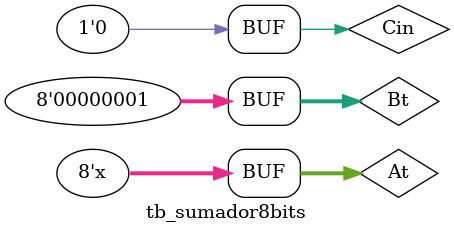
<source format=v>
`timescale 1 us/100 ps
module tb_sumador8bits;

reg [7:0] At;
reg [7:0] Bt;
reg Cin;

wire [7:0] St;
wire Cout;

localparam retardo=10;

Sumador8bits DUT1(.A(At), .B(Bt), .Cin(Cin), .S(St), .Cout(Cout) );

always
	#retardo At=At+1;
always
	#retardo Bt=1;

initial 
begin
	At=0;
	Bt=8'b11111111;
	Cin=0;
	#retardo;
end

endmodule

</source>
